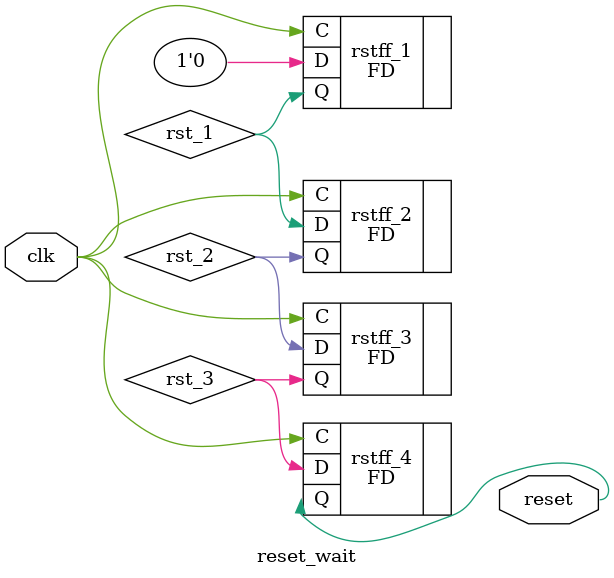
<source format=v>
/* Simple shift register to give a 4-clock active-high reset pulse
 *
 * Copyright 2020 Matt Evans
 * SPDX-License-Identifier: Apache-2.0 WITH SHL-2.1
 *
 * Licensed under the Solderpad Hardware License v 2.1 (the “License”); you may
 * not use this file except in compliance with the License, or, at your option,
 * the Apache License version 2.0. You may obtain a copy of the License at
 *
 *  https://solderpad.org/licenses/SHL-2.1/
 *
 * Unless required by applicable law or agreed to in writing, any work
 * distributed under the License is distributed on an “AS IS” BASIS, WITHOUT
 * WARRANTIES OR CONDITIONS OF ANY KIND, either express or implied. See the
 * License for the specific language governing permissions and limitations
 * under the License.
 */

module reset_wait(input wire clk,
                  output wire reset);

   wire                       rst_1, rst_2, rst_3;

   FD #(.INIT(1)) rstff_1 (.C(clk), .D(1'b0), .Q(rst_1));

   FD #(.INIT(1)) rstff_2 (.C(clk), .D(rst_1), .Q(rst_2));

   FD #(.INIT(1)) rstff_3 (.C(clk), .D(rst_2), .Q(rst_3));

   FD #(.INIT(1)) rstff_4 (.C(clk), .D(rst_3), .Q(reset));

endmodule // reset_wait

</source>
